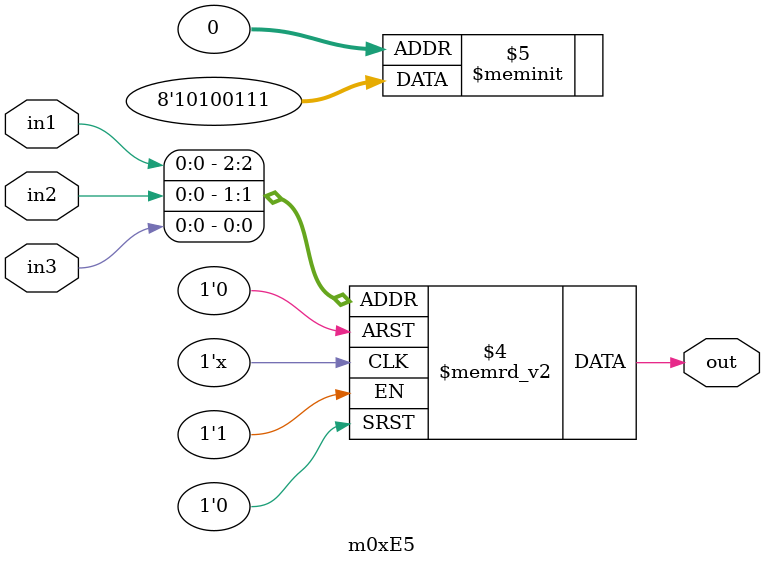
<source format=v>
module m0xE5(output out, input in1, in2, in3);

   always @(in1, in2, in3)
     begin
        case({in1, in2, in3})
          3'b000: {out} = 1'b1;
          3'b001: {out} = 1'b1;
          3'b010: {out} = 1'b1;
          3'b011: {out} = 1'b0;
          3'b100: {out} = 1'b0;
          3'b101: {out} = 1'b1;
          3'b110: {out} = 1'b0;
          3'b111: {out} = 1'b1;
        endcase // case ({in1, in2, in3})
     end // always @ (in1, in2, in3)

endmodule // m0xE5
</source>
